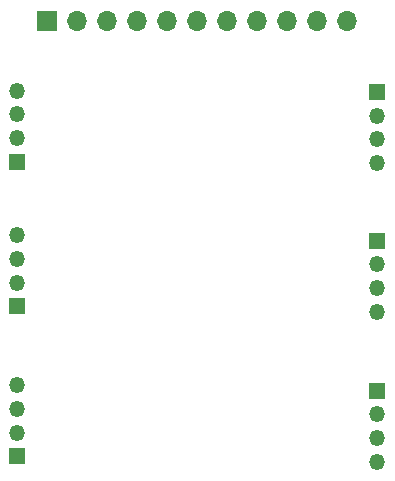
<source format=gbs>
G04 #@! TF.GenerationSoftware,KiCad,Pcbnew,(7.0.0-0)*
G04 #@! TF.CreationDate,2023-05-28T12:49:39+02:00*
G04 #@! TF.ProjectId,bms-breakout-board,626d732d-6272-4656-916b-6f75742d626f,rev?*
G04 #@! TF.SameCoordinates,Original*
G04 #@! TF.FileFunction,Soldermask,Bot*
G04 #@! TF.FilePolarity,Negative*
%FSLAX46Y46*%
G04 Gerber Fmt 4.6, Leading zero omitted, Abs format (unit mm)*
G04 Created by KiCad (PCBNEW (7.0.0-0)) date 2023-05-28 12:49:39*
%MOMM*%
%LPD*%
G01*
G04 APERTURE LIST*
%ADD10R,1.350000X1.350000*%
%ADD11O,1.350000X1.350000*%
%ADD12O,1.700000X1.700000*%
%ADD13R,1.700000X1.700000*%
G04 APERTURE END LIST*
D10*
X88899999Y-108869999D03*
D11*
X88899999Y-110869999D03*
X88899999Y-112869999D03*
X88899999Y-114869999D03*
D10*
X88899999Y-121459999D03*
D11*
X88899999Y-123459999D03*
X88899999Y-125459999D03*
X88899999Y-127459999D03*
D12*
X86359999Y-102869999D03*
X83819999Y-102869999D03*
X81279999Y-102869999D03*
X78739999Y-102869999D03*
X76199999Y-102869999D03*
X73659999Y-102869999D03*
X71119999Y-102869999D03*
X68579999Y-102869999D03*
X66039999Y-102869999D03*
X63499999Y-102869999D03*
D13*
X60959999Y-102869999D03*
D10*
X58419999Y-139699999D03*
D11*
X58419999Y-137699999D03*
X58419999Y-135699999D03*
X58419999Y-133699999D03*
D10*
X58419999Y-126999999D03*
D11*
X58419999Y-124999999D03*
X58419999Y-122999999D03*
X58419999Y-120999999D03*
D10*
X58419999Y-114759999D03*
D11*
X58419999Y-112759999D03*
X58419999Y-110759999D03*
X58419999Y-108759999D03*
D10*
X88899999Y-134159999D03*
D11*
X88899999Y-136159999D03*
X88899999Y-138159999D03*
X88899999Y-140159999D03*
M02*

</source>
